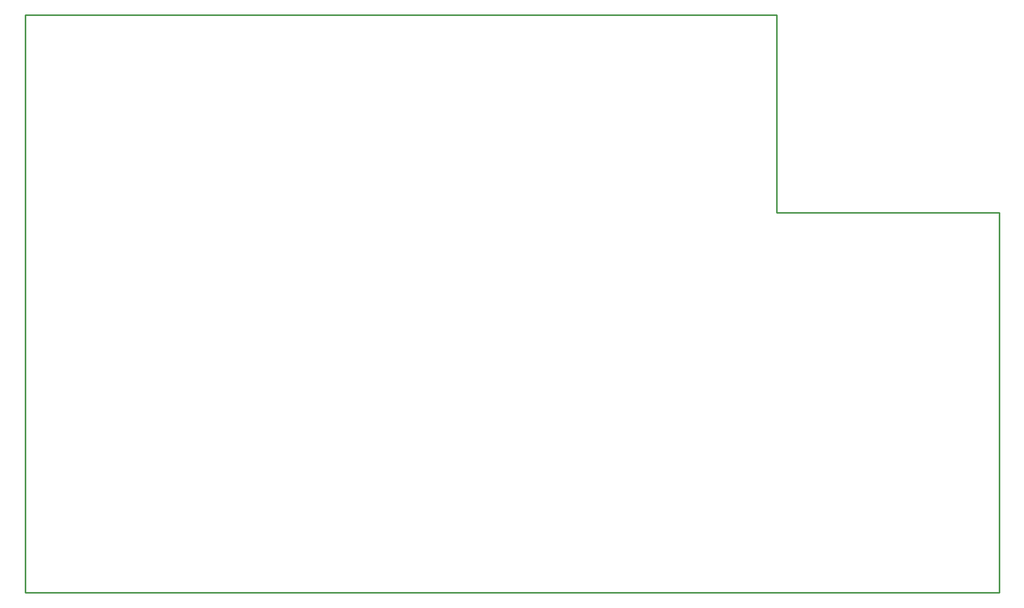
<source format=gbr>
G04 start of page 4 for group 2 idx 4 *
G04 Title: Power Board, outline *
G04 Creator: pcb 1.99z *
G04 CreationDate: Thu 09 Sep 2010 23:06:34 GMT UTC *
G04 For: rbarlow *
G04 Format: Gerber/RS-274X *
G04 PCB-Dimensions: 653543 393701 *
G04 PCB-Coordinate-Origin: lower left *
%MOIN*%
%FSLAX25Y25*%
%LNOUTLINE*%
%ADD12C,0.0100*%
G54D12*X12205Y384056D02*X498425D01*
Y256103D01*
X642126D01*
X12205Y10040D02*Y384056D01*
X642126Y10040D02*X12205D01*
X642126Y256103D02*Y10040D01*
M02*

</source>
